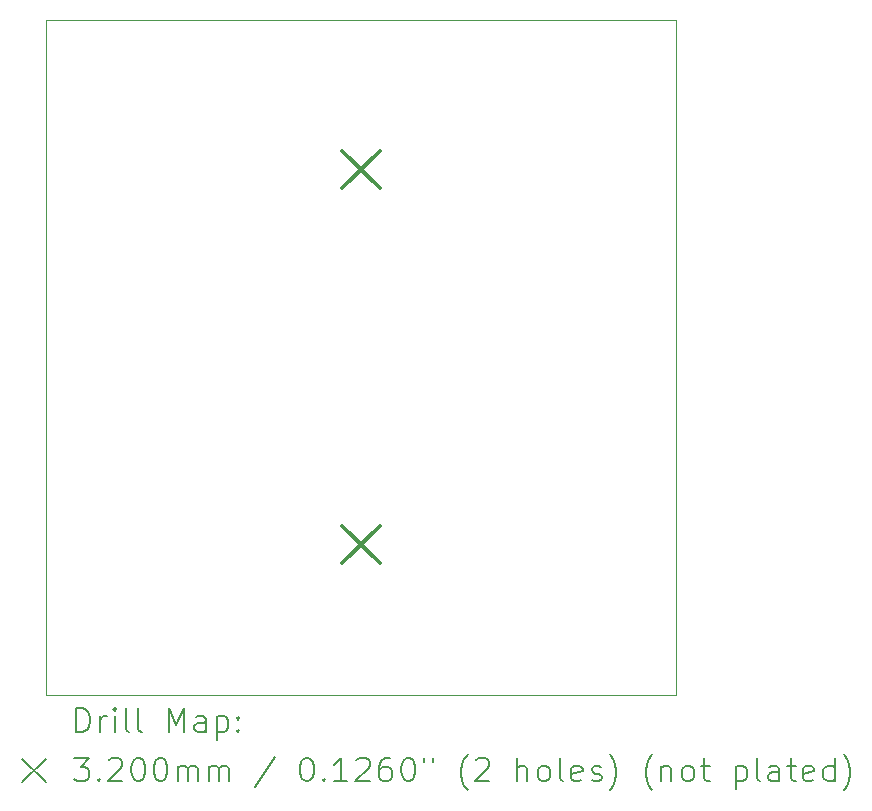
<source format=gbr>
%TF.GenerationSoftware,KiCad,Pcbnew,7.0.7*%
%TF.CreationDate,2023-09-12T10:14:56-04:00*%
%TF.ProjectId,Temps_South,54656d70-735f-4536-9f75-74682e6b6963,B*%
%TF.SameCoordinates,Original*%
%TF.FileFunction,Drillmap*%
%TF.FilePolarity,Positive*%
%FSLAX45Y45*%
G04 Gerber Fmt 4.5, Leading zero omitted, Abs format (unit mm)*
G04 Created by KiCad (PCBNEW 7.0.7) date 2023-09-12 10:14:56*
%MOMM*%
%LPD*%
G01*
G04 APERTURE LIST*
%ADD10C,0.100000*%
%ADD11C,0.200000*%
%ADD12C,0.320000*%
G04 APERTURE END LIST*
D10*
X9144000Y-4699000D02*
X14478000Y-4699000D01*
X14478000Y-10414000D01*
X9144000Y-10414000D01*
X9144000Y-4699000D01*
D11*
D12*
X11650740Y-5809000D02*
X11970740Y-6129000D01*
X11970740Y-5809000D02*
X11650740Y-6129000D01*
X11650740Y-8984000D02*
X11970740Y-9304000D01*
X11970740Y-8984000D02*
X11650740Y-9304000D01*
D11*
X9399777Y-10730484D02*
X9399777Y-10530484D01*
X9399777Y-10530484D02*
X9447396Y-10530484D01*
X9447396Y-10530484D02*
X9475967Y-10540008D01*
X9475967Y-10540008D02*
X9495015Y-10559055D01*
X9495015Y-10559055D02*
X9504539Y-10578103D01*
X9504539Y-10578103D02*
X9514063Y-10616198D01*
X9514063Y-10616198D02*
X9514063Y-10644770D01*
X9514063Y-10644770D02*
X9504539Y-10682865D01*
X9504539Y-10682865D02*
X9495015Y-10701912D01*
X9495015Y-10701912D02*
X9475967Y-10720960D01*
X9475967Y-10720960D02*
X9447396Y-10730484D01*
X9447396Y-10730484D02*
X9399777Y-10730484D01*
X9599777Y-10730484D02*
X9599777Y-10597150D01*
X9599777Y-10635246D02*
X9609301Y-10616198D01*
X9609301Y-10616198D02*
X9618824Y-10606674D01*
X9618824Y-10606674D02*
X9637872Y-10597150D01*
X9637872Y-10597150D02*
X9656920Y-10597150D01*
X9723586Y-10730484D02*
X9723586Y-10597150D01*
X9723586Y-10530484D02*
X9714063Y-10540008D01*
X9714063Y-10540008D02*
X9723586Y-10549531D01*
X9723586Y-10549531D02*
X9733110Y-10540008D01*
X9733110Y-10540008D02*
X9723586Y-10530484D01*
X9723586Y-10530484D02*
X9723586Y-10549531D01*
X9847396Y-10730484D02*
X9828348Y-10720960D01*
X9828348Y-10720960D02*
X9818824Y-10701912D01*
X9818824Y-10701912D02*
X9818824Y-10530484D01*
X9952158Y-10730484D02*
X9933110Y-10720960D01*
X9933110Y-10720960D02*
X9923586Y-10701912D01*
X9923586Y-10701912D02*
X9923586Y-10530484D01*
X10180729Y-10730484D02*
X10180729Y-10530484D01*
X10180729Y-10530484D02*
X10247396Y-10673341D01*
X10247396Y-10673341D02*
X10314063Y-10530484D01*
X10314063Y-10530484D02*
X10314063Y-10730484D01*
X10495015Y-10730484D02*
X10495015Y-10625722D01*
X10495015Y-10625722D02*
X10485491Y-10606674D01*
X10485491Y-10606674D02*
X10466444Y-10597150D01*
X10466444Y-10597150D02*
X10428348Y-10597150D01*
X10428348Y-10597150D02*
X10409301Y-10606674D01*
X10495015Y-10720960D02*
X10475967Y-10730484D01*
X10475967Y-10730484D02*
X10428348Y-10730484D01*
X10428348Y-10730484D02*
X10409301Y-10720960D01*
X10409301Y-10720960D02*
X10399777Y-10701912D01*
X10399777Y-10701912D02*
X10399777Y-10682865D01*
X10399777Y-10682865D02*
X10409301Y-10663817D01*
X10409301Y-10663817D02*
X10428348Y-10654293D01*
X10428348Y-10654293D02*
X10475967Y-10654293D01*
X10475967Y-10654293D02*
X10495015Y-10644770D01*
X10590253Y-10597150D02*
X10590253Y-10797150D01*
X10590253Y-10606674D02*
X10609301Y-10597150D01*
X10609301Y-10597150D02*
X10647396Y-10597150D01*
X10647396Y-10597150D02*
X10666444Y-10606674D01*
X10666444Y-10606674D02*
X10675967Y-10616198D01*
X10675967Y-10616198D02*
X10685491Y-10635246D01*
X10685491Y-10635246D02*
X10685491Y-10692389D01*
X10685491Y-10692389D02*
X10675967Y-10711436D01*
X10675967Y-10711436D02*
X10666444Y-10720960D01*
X10666444Y-10720960D02*
X10647396Y-10730484D01*
X10647396Y-10730484D02*
X10609301Y-10730484D01*
X10609301Y-10730484D02*
X10590253Y-10720960D01*
X10771205Y-10711436D02*
X10780729Y-10720960D01*
X10780729Y-10720960D02*
X10771205Y-10730484D01*
X10771205Y-10730484D02*
X10761682Y-10720960D01*
X10761682Y-10720960D02*
X10771205Y-10711436D01*
X10771205Y-10711436D02*
X10771205Y-10730484D01*
X10771205Y-10606674D02*
X10780729Y-10616198D01*
X10780729Y-10616198D02*
X10771205Y-10625722D01*
X10771205Y-10625722D02*
X10761682Y-10616198D01*
X10761682Y-10616198D02*
X10771205Y-10606674D01*
X10771205Y-10606674D02*
X10771205Y-10625722D01*
X8939000Y-10959000D02*
X9139000Y-11159000D01*
X9139000Y-10959000D02*
X8939000Y-11159000D01*
X9380729Y-10950484D02*
X9504539Y-10950484D01*
X9504539Y-10950484D02*
X9437872Y-11026674D01*
X9437872Y-11026674D02*
X9466444Y-11026674D01*
X9466444Y-11026674D02*
X9485491Y-11036198D01*
X9485491Y-11036198D02*
X9495015Y-11045722D01*
X9495015Y-11045722D02*
X9504539Y-11064770D01*
X9504539Y-11064770D02*
X9504539Y-11112389D01*
X9504539Y-11112389D02*
X9495015Y-11131436D01*
X9495015Y-11131436D02*
X9485491Y-11140960D01*
X9485491Y-11140960D02*
X9466444Y-11150484D01*
X9466444Y-11150484D02*
X9409301Y-11150484D01*
X9409301Y-11150484D02*
X9390253Y-11140960D01*
X9390253Y-11140960D02*
X9380729Y-11131436D01*
X9590253Y-11131436D02*
X9599777Y-11140960D01*
X9599777Y-11140960D02*
X9590253Y-11150484D01*
X9590253Y-11150484D02*
X9580729Y-11140960D01*
X9580729Y-11140960D02*
X9590253Y-11131436D01*
X9590253Y-11131436D02*
X9590253Y-11150484D01*
X9675967Y-10969531D02*
X9685491Y-10960008D01*
X9685491Y-10960008D02*
X9704539Y-10950484D01*
X9704539Y-10950484D02*
X9752158Y-10950484D01*
X9752158Y-10950484D02*
X9771205Y-10960008D01*
X9771205Y-10960008D02*
X9780729Y-10969531D01*
X9780729Y-10969531D02*
X9790253Y-10988579D01*
X9790253Y-10988579D02*
X9790253Y-11007627D01*
X9790253Y-11007627D02*
X9780729Y-11036198D01*
X9780729Y-11036198D02*
X9666444Y-11150484D01*
X9666444Y-11150484D02*
X9790253Y-11150484D01*
X9914063Y-10950484D02*
X9933110Y-10950484D01*
X9933110Y-10950484D02*
X9952158Y-10960008D01*
X9952158Y-10960008D02*
X9961682Y-10969531D01*
X9961682Y-10969531D02*
X9971205Y-10988579D01*
X9971205Y-10988579D02*
X9980729Y-11026674D01*
X9980729Y-11026674D02*
X9980729Y-11074293D01*
X9980729Y-11074293D02*
X9971205Y-11112389D01*
X9971205Y-11112389D02*
X9961682Y-11131436D01*
X9961682Y-11131436D02*
X9952158Y-11140960D01*
X9952158Y-11140960D02*
X9933110Y-11150484D01*
X9933110Y-11150484D02*
X9914063Y-11150484D01*
X9914063Y-11150484D02*
X9895015Y-11140960D01*
X9895015Y-11140960D02*
X9885491Y-11131436D01*
X9885491Y-11131436D02*
X9875967Y-11112389D01*
X9875967Y-11112389D02*
X9866444Y-11074293D01*
X9866444Y-11074293D02*
X9866444Y-11026674D01*
X9866444Y-11026674D02*
X9875967Y-10988579D01*
X9875967Y-10988579D02*
X9885491Y-10969531D01*
X9885491Y-10969531D02*
X9895015Y-10960008D01*
X9895015Y-10960008D02*
X9914063Y-10950484D01*
X10104539Y-10950484D02*
X10123586Y-10950484D01*
X10123586Y-10950484D02*
X10142634Y-10960008D01*
X10142634Y-10960008D02*
X10152158Y-10969531D01*
X10152158Y-10969531D02*
X10161682Y-10988579D01*
X10161682Y-10988579D02*
X10171205Y-11026674D01*
X10171205Y-11026674D02*
X10171205Y-11074293D01*
X10171205Y-11074293D02*
X10161682Y-11112389D01*
X10161682Y-11112389D02*
X10152158Y-11131436D01*
X10152158Y-11131436D02*
X10142634Y-11140960D01*
X10142634Y-11140960D02*
X10123586Y-11150484D01*
X10123586Y-11150484D02*
X10104539Y-11150484D01*
X10104539Y-11150484D02*
X10085491Y-11140960D01*
X10085491Y-11140960D02*
X10075967Y-11131436D01*
X10075967Y-11131436D02*
X10066444Y-11112389D01*
X10066444Y-11112389D02*
X10056920Y-11074293D01*
X10056920Y-11074293D02*
X10056920Y-11026674D01*
X10056920Y-11026674D02*
X10066444Y-10988579D01*
X10066444Y-10988579D02*
X10075967Y-10969531D01*
X10075967Y-10969531D02*
X10085491Y-10960008D01*
X10085491Y-10960008D02*
X10104539Y-10950484D01*
X10256920Y-11150484D02*
X10256920Y-11017150D01*
X10256920Y-11036198D02*
X10266444Y-11026674D01*
X10266444Y-11026674D02*
X10285491Y-11017150D01*
X10285491Y-11017150D02*
X10314063Y-11017150D01*
X10314063Y-11017150D02*
X10333110Y-11026674D01*
X10333110Y-11026674D02*
X10342634Y-11045722D01*
X10342634Y-11045722D02*
X10342634Y-11150484D01*
X10342634Y-11045722D02*
X10352158Y-11026674D01*
X10352158Y-11026674D02*
X10371205Y-11017150D01*
X10371205Y-11017150D02*
X10399777Y-11017150D01*
X10399777Y-11017150D02*
X10418825Y-11026674D01*
X10418825Y-11026674D02*
X10428348Y-11045722D01*
X10428348Y-11045722D02*
X10428348Y-11150484D01*
X10523586Y-11150484D02*
X10523586Y-11017150D01*
X10523586Y-11036198D02*
X10533110Y-11026674D01*
X10533110Y-11026674D02*
X10552158Y-11017150D01*
X10552158Y-11017150D02*
X10580729Y-11017150D01*
X10580729Y-11017150D02*
X10599777Y-11026674D01*
X10599777Y-11026674D02*
X10609301Y-11045722D01*
X10609301Y-11045722D02*
X10609301Y-11150484D01*
X10609301Y-11045722D02*
X10618825Y-11026674D01*
X10618825Y-11026674D02*
X10637872Y-11017150D01*
X10637872Y-11017150D02*
X10666444Y-11017150D01*
X10666444Y-11017150D02*
X10685491Y-11026674D01*
X10685491Y-11026674D02*
X10695015Y-11045722D01*
X10695015Y-11045722D02*
X10695015Y-11150484D01*
X11085491Y-10940960D02*
X10914063Y-11198103D01*
X11342634Y-10950484D02*
X11361682Y-10950484D01*
X11361682Y-10950484D02*
X11380729Y-10960008D01*
X11380729Y-10960008D02*
X11390253Y-10969531D01*
X11390253Y-10969531D02*
X11399777Y-10988579D01*
X11399777Y-10988579D02*
X11409301Y-11026674D01*
X11409301Y-11026674D02*
X11409301Y-11074293D01*
X11409301Y-11074293D02*
X11399777Y-11112389D01*
X11399777Y-11112389D02*
X11390253Y-11131436D01*
X11390253Y-11131436D02*
X11380729Y-11140960D01*
X11380729Y-11140960D02*
X11361682Y-11150484D01*
X11361682Y-11150484D02*
X11342634Y-11150484D01*
X11342634Y-11150484D02*
X11323586Y-11140960D01*
X11323586Y-11140960D02*
X11314063Y-11131436D01*
X11314063Y-11131436D02*
X11304539Y-11112389D01*
X11304539Y-11112389D02*
X11295015Y-11074293D01*
X11295015Y-11074293D02*
X11295015Y-11026674D01*
X11295015Y-11026674D02*
X11304539Y-10988579D01*
X11304539Y-10988579D02*
X11314063Y-10969531D01*
X11314063Y-10969531D02*
X11323586Y-10960008D01*
X11323586Y-10960008D02*
X11342634Y-10950484D01*
X11495015Y-11131436D02*
X11504539Y-11140960D01*
X11504539Y-11140960D02*
X11495015Y-11150484D01*
X11495015Y-11150484D02*
X11485491Y-11140960D01*
X11485491Y-11140960D02*
X11495015Y-11131436D01*
X11495015Y-11131436D02*
X11495015Y-11150484D01*
X11695015Y-11150484D02*
X11580729Y-11150484D01*
X11637872Y-11150484D02*
X11637872Y-10950484D01*
X11637872Y-10950484D02*
X11618825Y-10979055D01*
X11618825Y-10979055D02*
X11599777Y-10998103D01*
X11599777Y-10998103D02*
X11580729Y-11007627D01*
X11771206Y-10969531D02*
X11780729Y-10960008D01*
X11780729Y-10960008D02*
X11799777Y-10950484D01*
X11799777Y-10950484D02*
X11847396Y-10950484D01*
X11847396Y-10950484D02*
X11866444Y-10960008D01*
X11866444Y-10960008D02*
X11875967Y-10969531D01*
X11875967Y-10969531D02*
X11885491Y-10988579D01*
X11885491Y-10988579D02*
X11885491Y-11007627D01*
X11885491Y-11007627D02*
X11875967Y-11036198D01*
X11875967Y-11036198D02*
X11761682Y-11150484D01*
X11761682Y-11150484D02*
X11885491Y-11150484D01*
X12056920Y-10950484D02*
X12018825Y-10950484D01*
X12018825Y-10950484D02*
X11999777Y-10960008D01*
X11999777Y-10960008D02*
X11990253Y-10969531D01*
X11990253Y-10969531D02*
X11971206Y-10998103D01*
X11971206Y-10998103D02*
X11961682Y-11036198D01*
X11961682Y-11036198D02*
X11961682Y-11112389D01*
X11961682Y-11112389D02*
X11971206Y-11131436D01*
X11971206Y-11131436D02*
X11980729Y-11140960D01*
X11980729Y-11140960D02*
X11999777Y-11150484D01*
X11999777Y-11150484D02*
X12037872Y-11150484D01*
X12037872Y-11150484D02*
X12056920Y-11140960D01*
X12056920Y-11140960D02*
X12066444Y-11131436D01*
X12066444Y-11131436D02*
X12075967Y-11112389D01*
X12075967Y-11112389D02*
X12075967Y-11064770D01*
X12075967Y-11064770D02*
X12066444Y-11045722D01*
X12066444Y-11045722D02*
X12056920Y-11036198D01*
X12056920Y-11036198D02*
X12037872Y-11026674D01*
X12037872Y-11026674D02*
X11999777Y-11026674D01*
X11999777Y-11026674D02*
X11980729Y-11036198D01*
X11980729Y-11036198D02*
X11971206Y-11045722D01*
X11971206Y-11045722D02*
X11961682Y-11064770D01*
X12199777Y-10950484D02*
X12218825Y-10950484D01*
X12218825Y-10950484D02*
X12237872Y-10960008D01*
X12237872Y-10960008D02*
X12247396Y-10969531D01*
X12247396Y-10969531D02*
X12256920Y-10988579D01*
X12256920Y-10988579D02*
X12266444Y-11026674D01*
X12266444Y-11026674D02*
X12266444Y-11074293D01*
X12266444Y-11074293D02*
X12256920Y-11112389D01*
X12256920Y-11112389D02*
X12247396Y-11131436D01*
X12247396Y-11131436D02*
X12237872Y-11140960D01*
X12237872Y-11140960D02*
X12218825Y-11150484D01*
X12218825Y-11150484D02*
X12199777Y-11150484D01*
X12199777Y-11150484D02*
X12180729Y-11140960D01*
X12180729Y-11140960D02*
X12171206Y-11131436D01*
X12171206Y-11131436D02*
X12161682Y-11112389D01*
X12161682Y-11112389D02*
X12152158Y-11074293D01*
X12152158Y-11074293D02*
X12152158Y-11026674D01*
X12152158Y-11026674D02*
X12161682Y-10988579D01*
X12161682Y-10988579D02*
X12171206Y-10969531D01*
X12171206Y-10969531D02*
X12180729Y-10960008D01*
X12180729Y-10960008D02*
X12199777Y-10950484D01*
X12342634Y-10950484D02*
X12342634Y-10988579D01*
X12418825Y-10950484D02*
X12418825Y-10988579D01*
X12714063Y-11226674D02*
X12704539Y-11217150D01*
X12704539Y-11217150D02*
X12685491Y-11188579D01*
X12685491Y-11188579D02*
X12675968Y-11169531D01*
X12675968Y-11169531D02*
X12666444Y-11140960D01*
X12666444Y-11140960D02*
X12656920Y-11093341D01*
X12656920Y-11093341D02*
X12656920Y-11055246D01*
X12656920Y-11055246D02*
X12666444Y-11007627D01*
X12666444Y-11007627D02*
X12675968Y-10979055D01*
X12675968Y-10979055D02*
X12685491Y-10960008D01*
X12685491Y-10960008D02*
X12704539Y-10931436D01*
X12704539Y-10931436D02*
X12714063Y-10921912D01*
X12780729Y-10969531D02*
X12790253Y-10960008D01*
X12790253Y-10960008D02*
X12809301Y-10950484D01*
X12809301Y-10950484D02*
X12856920Y-10950484D01*
X12856920Y-10950484D02*
X12875968Y-10960008D01*
X12875968Y-10960008D02*
X12885491Y-10969531D01*
X12885491Y-10969531D02*
X12895015Y-10988579D01*
X12895015Y-10988579D02*
X12895015Y-11007627D01*
X12895015Y-11007627D02*
X12885491Y-11036198D01*
X12885491Y-11036198D02*
X12771206Y-11150484D01*
X12771206Y-11150484D02*
X12895015Y-11150484D01*
X13133110Y-11150484D02*
X13133110Y-10950484D01*
X13218825Y-11150484D02*
X13218825Y-11045722D01*
X13218825Y-11045722D02*
X13209301Y-11026674D01*
X13209301Y-11026674D02*
X13190253Y-11017150D01*
X13190253Y-11017150D02*
X13161682Y-11017150D01*
X13161682Y-11017150D02*
X13142634Y-11026674D01*
X13142634Y-11026674D02*
X13133110Y-11036198D01*
X13342634Y-11150484D02*
X13323587Y-11140960D01*
X13323587Y-11140960D02*
X13314063Y-11131436D01*
X13314063Y-11131436D02*
X13304539Y-11112389D01*
X13304539Y-11112389D02*
X13304539Y-11055246D01*
X13304539Y-11055246D02*
X13314063Y-11036198D01*
X13314063Y-11036198D02*
X13323587Y-11026674D01*
X13323587Y-11026674D02*
X13342634Y-11017150D01*
X13342634Y-11017150D02*
X13371206Y-11017150D01*
X13371206Y-11017150D02*
X13390253Y-11026674D01*
X13390253Y-11026674D02*
X13399777Y-11036198D01*
X13399777Y-11036198D02*
X13409301Y-11055246D01*
X13409301Y-11055246D02*
X13409301Y-11112389D01*
X13409301Y-11112389D02*
X13399777Y-11131436D01*
X13399777Y-11131436D02*
X13390253Y-11140960D01*
X13390253Y-11140960D02*
X13371206Y-11150484D01*
X13371206Y-11150484D02*
X13342634Y-11150484D01*
X13523587Y-11150484D02*
X13504539Y-11140960D01*
X13504539Y-11140960D02*
X13495015Y-11121912D01*
X13495015Y-11121912D02*
X13495015Y-10950484D01*
X13675968Y-11140960D02*
X13656920Y-11150484D01*
X13656920Y-11150484D02*
X13618825Y-11150484D01*
X13618825Y-11150484D02*
X13599777Y-11140960D01*
X13599777Y-11140960D02*
X13590253Y-11121912D01*
X13590253Y-11121912D02*
X13590253Y-11045722D01*
X13590253Y-11045722D02*
X13599777Y-11026674D01*
X13599777Y-11026674D02*
X13618825Y-11017150D01*
X13618825Y-11017150D02*
X13656920Y-11017150D01*
X13656920Y-11017150D02*
X13675968Y-11026674D01*
X13675968Y-11026674D02*
X13685491Y-11045722D01*
X13685491Y-11045722D02*
X13685491Y-11064770D01*
X13685491Y-11064770D02*
X13590253Y-11083817D01*
X13761682Y-11140960D02*
X13780730Y-11150484D01*
X13780730Y-11150484D02*
X13818825Y-11150484D01*
X13818825Y-11150484D02*
X13837872Y-11140960D01*
X13837872Y-11140960D02*
X13847396Y-11121912D01*
X13847396Y-11121912D02*
X13847396Y-11112389D01*
X13847396Y-11112389D02*
X13837872Y-11093341D01*
X13837872Y-11093341D02*
X13818825Y-11083817D01*
X13818825Y-11083817D02*
X13790253Y-11083817D01*
X13790253Y-11083817D02*
X13771206Y-11074293D01*
X13771206Y-11074293D02*
X13761682Y-11055246D01*
X13761682Y-11055246D02*
X13761682Y-11045722D01*
X13761682Y-11045722D02*
X13771206Y-11026674D01*
X13771206Y-11026674D02*
X13790253Y-11017150D01*
X13790253Y-11017150D02*
X13818825Y-11017150D01*
X13818825Y-11017150D02*
X13837872Y-11026674D01*
X13914063Y-11226674D02*
X13923587Y-11217150D01*
X13923587Y-11217150D02*
X13942634Y-11188579D01*
X13942634Y-11188579D02*
X13952158Y-11169531D01*
X13952158Y-11169531D02*
X13961682Y-11140960D01*
X13961682Y-11140960D02*
X13971206Y-11093341D01*
X13971206Y-11093341D02*
X13971206Y-11055246D01*
X13971206Y-11055246D02*
X13961682Y-11007627D01*
X13961682Y-11007627D02*
X13952158Y-10979055D01*
X13952158Y-10979055D02*
X13942634Y-10960008D01*
X13942634Y-10960008D02*
X13923587Y-10931436D01*
X13923587Y-10931436D02*
X13914063Y-10921912D01*
X14275968Y-11226674D02*
X14266444Y-11217150D01*
X14266444Y-11217150D02*
X14247396Y-11188579D01*
X14247396Y-11188579D02*
X14237872Y-11169531D01*
X14237872Y-11169531D02*
X14228349Y-11140960D01*
X14228349Y-11140960D02*
X14218825Y-11093341D01*
X14218825Y-11093341D02*
X14218825Y-11055246D01*
X14218825Y-11055246D02*
X14228349Y-11007627D01*
X14228349Y-11007627D02*
X14237872Y-10979055D01*
X14237872Y-10979055D02*
X14247396Y-10960008D01*
X14247396Y-10960008D02*
X14266444Y-10931436D01*
X14266444Y-10931436D02*
X14275968Y-10921912D01*
X14352158Y-11017150D02*
X14352158Y-11150484D01*
X14352158Y-11036198D02*
X14361682Y-11026674D01*
X14361682Y-11026674D02*
X14380730Y-11017150D01*
X14380730Y-11017150D02*
X14409301Y-11017150D01*
X14409301Y-11017150D02*
X14428349Y-11026674D01*
X14428349Y-11026674D02*
X14437872Y-11045722D01*
X14437872Y-11045722D02*
X14437872Y-11150484D01*
X14561682Y-11150484D02*
X14542634Y-11140960D01*
X14542634Y-11140960D02*
X14533111Y-11131436D01*
X14533111Y-11131436D02*
X14523587Y-11112389D01*
X14523587Y-11112389D02*
X14523587Y-11055246D01*
X14523587Y-11055246D02*
X14533111Y-11036198D01*
X14533111Y-11036198D02*
X14542634Y-11026674D01*
X14542634Y-11026674D02*
X14561682Y-11017150D01*
X14561682Y-11017150D02*
X14590253Y-11017150D01*
X14590253Y-11017150D02*
X14609301Y-11026674D01*
X14609301Y-11026674D02*
X14618825Y-11036198D01*
X14618825Y-11036198D02*
X14628349Y-11055246D01*
X14628349Y-11055246D02*
X14628349Y-11112389D01*
X14628349Y-11112389D02*
X14618825Y-11131436D01*
X14618825Y-11131436D02*
X14609301Y-11140960D01*
X14609301Y-11140960D02*
X14590253Y-11150484D01*
X14590253Y-11150484D02*
X14561682Y-11150484D01*
X14685492Y-11017150D02*
X14761682Y-11017150D01*
X14714063Y-10950484D02*
X14714063Y-11121912D01*
X14714063Y-11121912D02*
X14723587Y-11140960D01*
X14723587Y-11140960D02*
X14742634Y-11150484D01*
X14742634Y-11150484D02*
X14761682Y-11150484D01*
X14980730Y-11017150D02*
X14980730Y-11217150D01*
X14980730Y-11026674D02*
X14999777Y-11017150D01*
X14999777Y-11017150D02*
X15037873Y-11017150D01*
X15037873Y-11017150D02*
X15056920Y-11026674D01*
X15056920Y-11026674D02*
X15066444Y-11036198D01*
X15066444Y-11036198D02*
X15075968Y-11055246D01*
X15075968Y-11055246D02*
X15075968Y-11112389D01*
X15075968Y-11112389D02*
X15066444Y-11131436D01*
X15066444Y-11131436D02*
X15056920Y-11140960D01*
X15056920Y-11140960D02*
X15037873Y-11150484D01*
X15037873Y-11150484D02*
X14999777Y-11150484D01*
X14999777Y-11150484D02*
X14980730Y-11140960D01*
X15190253Y-11150484D02*
X15171206Y-11140960D01*
X15171206Y-11140960D02*
X15161682Y-11121912D01*
X15161682Y-11121912D02*
X15161682Y-10950484D01*
X15352158Y-11150484D02*
X15352158Y-11045722D01*
X15352158Y-11045722D02*
X15342634Y-11026674D01*
X15342634Y-11026674D02*
X15323587Y-11017150D01*
X15323587Y-11017150D02*
X15285492Y-11017150D01*
X15285492Y-11017150D02*
X15266444Y-11026674D01*
X15352158Y-11140960D02*
X15333111Y-11150484D01*
X15333111Y-11150484D02*
X15285492Y-11150484D01*
X15285492Y-11150484D02*
X15266444Y-11140960D01*
X15266444Y-11140960D02*
X15256920Y-11121912D01*
X15256920Y-11121912D02*
X15256920Y-11102865D01*
X15256920Y-11102865D02*
X15266444Y-11083817D01*
X15266444Y-11083817D02*
X15285492Y-11074293D01*
X15285492Y-11074293D02*
X15333111Y-11074293D01*
X15333111Y-11074293D02*
X15352158Y-11064770D01*
X15418825Y-11017150D02*
X15495015Y-11017150D01*
X15447396Y-10950484D02*
X15447396Y-11121912D01*
X15447396Y-11121912D02*
X15456920Y-11140960D01*
X15456920Y-11140960D02*
X15475968Y-11150484D01*
X15475968Y-11150484D02*
X15495015Y-11150484D01*
X15637873Y-11140960D02*
X15618825Y-11150484D01*
X15618825Y-11150484D02*
X15580730Y-11150484D01*
X15580730Y-11150484D02*
X15561682Y-11140960D01*
X15561682Y-11140960D02*
X15552158Y-11121912D01*
X15552158Y-11121912D02*
X15552158Y-11045722D01*
X15552158Y-11045722D02*
X15561682Y-11026674D01*
X15561682Y-11026674D02*
X15580730Y-11017150D01*
X15580730Y-11017150D02*
X15618825Y-11017150D01*
X15618825Y-11017150D02*
X15637873Y-11026674D01*
X15637873Y-11026674D02*
X15647396Y-11045722D01*
X15647396Y-11045722D02*
X15647396Y-11064770D01*
X15647396Y-11064770D02*
X15552158Y-11083817D01*
X15818825Y-11150484D02*
X15818825Y-10950484D01*
X15818825Y-11140960D02*
X15799777Y-11150484D01*
X15799777Y-11150484D02*
X15761682Y-11150484D01*
X15761682Y-11150484D02*
X15742634Y-11140960D01*
X15742634Y-11140960D02*
X15733111Y-11131436D01*
X15733111Y-11131436D02*
X15723587Y-11112389D01*
X15723587Y-11112389D02*
X15723587Y-11055246D01*
X15723587Y-11055246D02*
X15733111Y-11036198D01*
X15733111Y-11036198D02*
X15742634Y-11026674D01*
X15742634Y-11026674D02*
X15761682Y-11017150D01*
X15761682Y-11017150D02*
X15799777Y-11017150D01*
X15799777Y-11017150D02*
X15818825Y-11026674D01*
X15895015Y-11226674D02*
X15904539Y-11217150D01*
X15904539Y-11217150D02*
X15923587Y-11188579D01*
X15923587Y-11188579D02*
X15933111Y-11169531D01*
X15933111Y-11169531D02*
X15942634Y-11140960D01*
X15942634Y-11140960D02*
X15952158Y-11093341D01*
X15952158Y-11093341D02*
X15952158Y-11055246D01*
X15952158Y-11055246D02*
X15942634Y-11007627D01*
X15942634Y-11007627D02*
X15933111Y-10979055D01*
X15933111Y-10979055D02*
X15923587Y-10960008D01*
X15923587Y-10960008D02*
X15904539Y-10931436D01*
X15904539Y-10931436D02*
X15895015Y-10921912D01*
M02*

</source>
